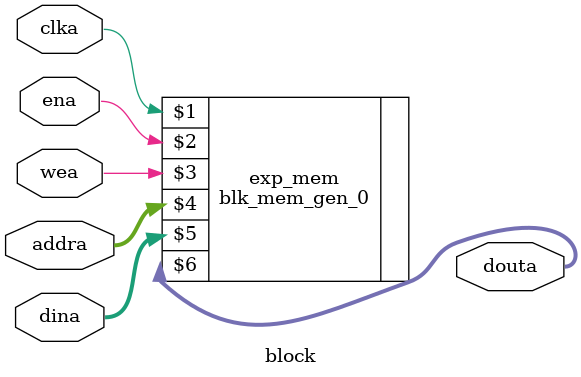
<source format=v>
`timescale 1ns / 1ps

module block(
input clka, ena, wea,
input [7:0] addra,
input [31:0] dina,
output [31:0] douta 
);

blk_mem_gen_0 exp_mem(clka, ena, wea, addra, dina, douta);

endmodule

</source>
